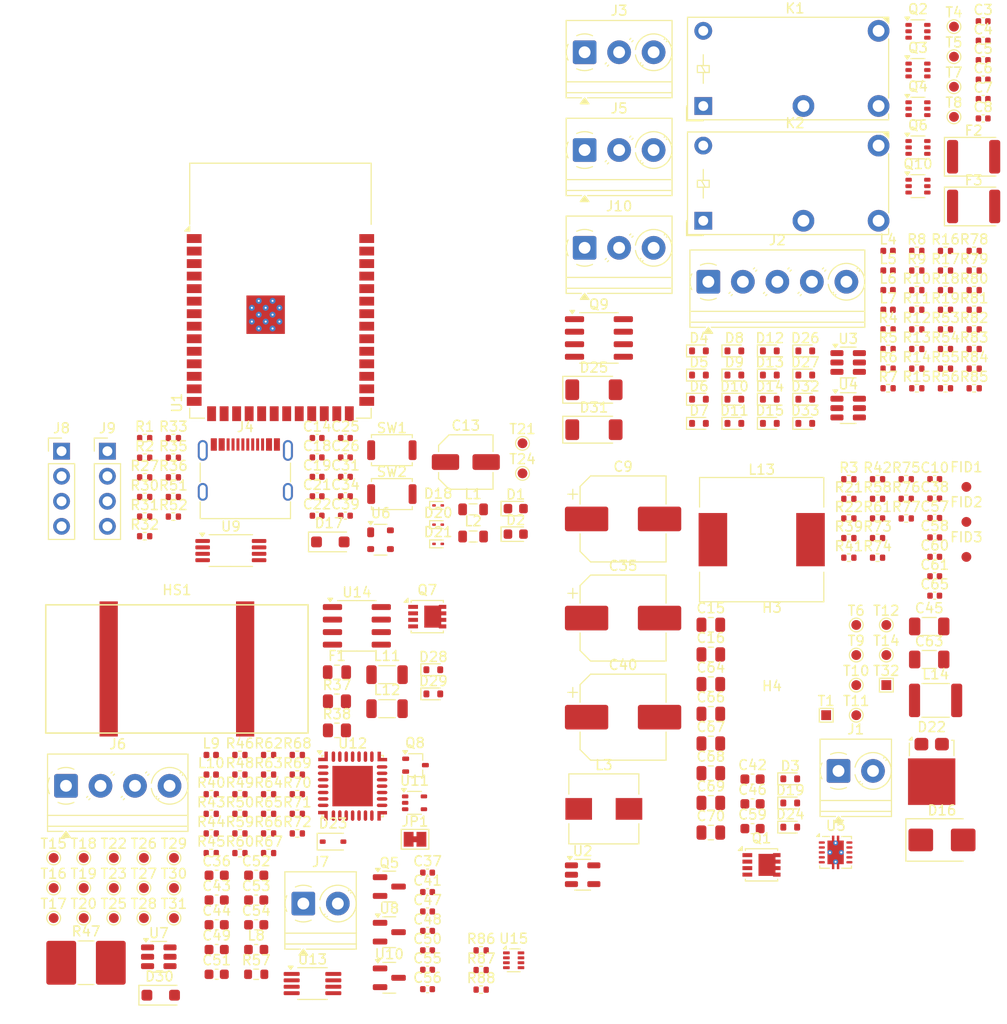
<source format=kicad_pcb>
(kicad_pcb (version 20241229) (generator "pcbnew") (generator_version "9.0")
  (layers (0 "F.Cu" signal) (2 "B.Cu" signal) (13 "F.Paste" user) (15 "B.Paste" user) (5 "F.SilkS" user "F.Silkscreen") (7 "B.SilkS" user "B.Silkscreen") (1 "F.Mask" user) (3 "B.Mask" user) (25 "Edge.Cuts" user))
  (net 0 "")
  (net 1 "Net-(C3-Pad1)")
  (net 2 "GND")
  (net 3 "+3V3")
  (net 4 "Net-(C5-Pad1)")
  (net 5 "Net-(C6-Pad1)")
  (net 6 "Net-(C7-Pad1)")
  (net 7 "V_{DC}")
  (net 8 "/Controller/ADC_CH2")
  (net 9 "Net-(U1-3V3)")
  (net 10 "Net-(D3-K)")
  (net 11 "Net-(D17-A)")
  (net 12 "/Controller/ADC_IN2")
  (net 13 "/Controller/ADC_IN1")
  (net 14 "/Controller/ADC_IN3")
  (net 15 "Net-(J4-SHIELD)")
  (net 16 "/Controller/ADC_IN4")
  (net 17 "V_{BUS}")
  (net 18 "Net-(U11-V+)")
  (net 19 "/Controller/ADC_CH1")
  (net 20 "Net-(U12-CCP)")
  (net 21 "Net-(U13A-RCext)")
  (net 22 "Net-(U13A-Cext)")
  (net 23 "+5V")
  (net 24 "Net-(J7-Pin_2)")
  (net 25 "Net-(J7-Pin_1)")
  (net 26 "Net-(C54-Pad1)")
  (net 27 "Net-(D28-K)")
  (net 28 "Net-(D29-K)")
  (net 29 "Net-(U5-SS{slash}TR)")
  (net 30 "Net-(D16-K)")
  (net 31 "Net-(U5-BOOT)")
  (net 32 "Net-(C60-Pad2)")
  (net 33 "Net-(U5-COMP)")
  (net 34 "Net-(D1-A)")
  (net 35 "Net-(D2-A)")
  (net 36 "Net-(D3-A)")
  (net 37 "Net-(D4-K)")
  (net 38 "Net-(D4-A)")
  (net 39 "Net-(D5-A)")
  (net 40 "Net-(D6-K)")
  (net 41 "Net-(D7-K)")
  (net 42 "Net-(D7-A)")
  (net 43 "Net-(D8-K)")
  (net 44 "Net-(D9-A)")
  (net 45 "Net-(D10-K)")
  (net 46 "Net-(D11-K)")
  (net 47 "Net-(D11-A)")
  (net 48 "Net-(D12-A)")
  (net 49 "Net-(D13-K)")
  (net 50 "Net-(D14-A)")
  (net 51 "Net-(D14-K)")
  (net 52 "Net-(D15-A)")
  (net 53 "Net-(D18-A2)")
  (net 54 "/Controller/USB_D+")
  (net 55 "/Controller/USB_D-")
  (net 56 "Net-(D23-A)")
  (net 57 "Net-(D25-K)")
  (net 58 "Net-(D26-A)")
  (net 59 "Net-(D27-A)")
  (net 60 "Net-(D30-A)")
  (net 61 "Net-(D30-K)")
  (net 62 "Net-(D31-K)")
  (net 63 "Net-(D32-A)")
  (net 64 "Net-(D33-A)")
  (net 65 "Net-(F2-Pad1)")
  (net 66 "Net-(F3-Pad1)")
  (net 67 "Net-(J1-Pin_1)")
  (net 68 "Net-(J3-Pin_1)")
  (net 69 "Net-(J3-Pin_2)")
  (net 70 "Net-(J3-Pin_3)")
  (net 71 "Net-(J4-CC1)")
  (net 72 "Net-(J4-CC2)")
  (net 75 "Net-(J5-Pin_2)")
  (net 76 "Net-(J5-Pin_3)")
  (net 77 "Net-(J5-Pin_1)")
  (net 78 "Net-(J6-Pin_3)")
  (net 79 "Net-(J6-Pin_2)")
  (net 80 "/Controller/SDA")
  (net 81 "/Controller/SCL")
  (net 82 "/Controller/TXD")
  (net 83 "/Controller/RXD")
  (net 84 "Net-(JP1-B)")
  (net 85 "Net-(L11-Pad1)")
  (net 86 "/Motor Control/OUT1")
  (net 87 "Net-(U2-SW)")
  (net 88 "Net-(Q2A-G)")
  (net 89 "Net-(Q2B-G)")
  (net 90 "Net-(Q3B-G)")
  (net 91 "Net-(Q4B-G)")
  (net 92 "Net-(Q5-D)")
  (net 93 "Net-(Q5-G)")
  (net 94 "Net-(Q6A-G)")
  (net 95 "Net-(Q6B-G)")
  (net 96 "Net-(Q7-D)")
  (net 97 "/Motor Control/DRV_DIS")
  (net 98 "Net-(Q8-G)")
  (net 99 "Net-(Q10A-C1)")
  (net 100 "Net-(Q10B-C2)")
  (net 101 "Net-(Q10B-B2)")
  (net 102 "Net-(Q10A-B1)")
  (net 103 "Net-(U1-IO14)")
  (net 104 "Net-(U1-IO9)")
  (net 105 "/Controller/ADC_CH3")
  (net 106 "Net-(U1-EN)")
  (net 107 "/Controller/ADC_CH4")
  (net 108 "Net-(U10-K)")
  (net 109 "Net-(U5-EN)")
  (net 110 "Net-(U11-+)")
  (net 111 "Net-(R48-Pad2)")
  (net 112 "/Controller/DRV_EN")
  (net 113 "/Controller/RELAY_CTRL_1")
  (net 114 "/Controller/RELAY_CTRL_2")
  (net 115 "/Controller/~{CS}")
  (net 116 "/Controller/DRV_~{SF}")
  (net 117 "Net-(U13A-Q)")
  (net 118 "/Controller/SAFETY_TRIG")
  (net 119 "Net-(U14-BW_SEL)")
  (net 120 "/Controller/SAFETY_~{CLR}")
  (net 121 "Net-(R69-Pad2)")
  (net 122 "Net-(R70-Pad2)")
  (net 123 "Net-(U5-VSENSE)")
  (net 124 "Net-(U5-RT{slash}CLK)")
  (net 125 "Net-(U2-FB)")
  (net 126 "/Controller/OUT_CTRL_1")
  (net 127 "/Controller/OUT_CTRL_2")
  (net 128 "Net-(U6-~{MR})")
  (net 129 "Net-(U1-IO0)")
  (net 130 "/Controller/INPUT_2")
  (net 131 "/Controller/INPUT_1")
  (net 132 "/Controller/INPUT_3")
  (net 133 "/Controller/INPUT_4")
  (net 134 "/Controller/DRV_PWM2")
  (net 135 "/Controller/DRV_PWM1")
  (net 136 "/Controller/ENCODER_B")
  (net 137 "/Controller/ENCODER_A")
  (net 138 "/Controller/MISO")
  (net 140 "/Controller/SCK")
  (net 141 "/Controller/MOSI")
  (net 146 "/Motor Control/OUT2")
  (net 147 "Net-(Q3A-G)")
  (net 148 "5V_USB")
  (net 149 "Net-(U15-MODE)")
  (net 150 "Net-(U15-ST)")
  (net 151 "Net-(U15-PR1)")
  (footprint "Diode_SMD:D_SOD-523" (layer "F.Cu") (at 94.84 55.66)
    (property "Reference" "D13")
    (property "Value" "PESDx")
  )
  (footprint "Connector_USB:USB_C_Receptacle_G-Switch_GT-USB-7010ASV" (layer "F.Cu") (at 41.645 66.43)
    (property "Reference" "J4")
    (property "Value" "USB_C_Receptacle_USB2.0_16P")
  )
  (footprint "Package_TO_SOT_SMD:TO-277A" (layer "F.Cu") (at 111.255 95.85)
    (property "Reference" "D22")
    (property "Value" "V10PM45")
  )
  (footprint "Capacitor_SMD:C_0402_1005Metric" (layer "F.Cu") (at 51.795 64.01)
    (property "Reference" "C26")
    (property "Value" "1u/10V")
  )
  (footprint "Package_SON:Texas_DRC0010J_ThermalVias" (layer "F.Cu") (at 101.51 104.06)
    (property "Reference" "U5")
    (property "Value" "TPS54240DRC")
  )
  (footprint "Resistor_SMD:R_0402_1005Metric" (layer "F.Cu") (at 38.185 100.15)
    (property "Reference" "R43")
    (property "Value" "20k")
  )
  (footprint "Capacitor_SMD:C_0402_1005Metric" (layer "F.Cu") (at 116.475 27.67)
    (property "Reference" "C7")
    (property "Value" "100nF")
  )
  (footprint "Resistor_SMD:R_0402_1005Metric" (layer "F.Cu") (at 41.095 94.18)
    (property "Reference" "R46")
    (property "Value" "97.6k")
  )
  (footprint "Diode_SMD:D_SOD-523" (layer "F.Cu") (at 91.245 60.56)
    (property "Reference" "D11")
    (property "Value" "C5V6")
  )
  (footprint "Diode_SMD:D_SOD-523" (layer "F.Cu") (at 60.71 85.54)
    (property "Reference" "D28")
    (property "Value" "VESD05V2")
  )
  (footprint "Diode_SMD:D_SOD-523" (layer "F.Cu") (at 94.84 60.56)
    (property "Reference" "D15")
    (property "Value" "PMEG3005")
  )
  (footprint "Resistor_SMD:R_0402_1005Metric" (layer "F.Cu") (at 31.435 62.05)
    (property "Reference" "R1")
    (property "Value" "470R")
  )
  (footprint "Diode_SMD:D_SOD-523" (layer "F.Cu") (at 87.65 60.56)
    (property "Reference" "D7")
    (property "Value" "PMEG3005")
  )
  (footprint "Diode_SMD:D_SOD-523" (layer "F.Cu") (at 98.435 55.66)
    (property "Reference" "D27")
    (property "Value" "PMEG3005")
  )
  (footprint "Resistor_SMD:R_0402_1005Metric" (layer "F.Cu") (at 109.745 51.03)
    (property "Reference" "R12")
    (property "Value" "10k")
  )
  (footprint "Capacitor_SMD:C_0402_1005Metric" (layer "F.Cu") (at 48.925 64.01)
    (property "Reference" "C18")
    (property "Value" "100nF")
  )
  (footprint "Package_SO:Vishay_PowerPAK_1212-8_Single" (layer "F.Cu") (at 93.995 105.325)
    (property "Reference" "Q1")
    (property "Value" "SiS443DN")
  )
  (footprint "Capacitor_SMD:C_0402_1005Metric" (layer "F.Cu") (at 111.565 72.12)
    (property "Reference" "C58")
    (property "Value" "100nF")
  )
  (footprint "Resistor_SMD:R_0402_1005Metric" (layer "F.Cu") (at 102.855 72.19)
    (property "Reference" "R39")
    (property "Value" "18.2k")
  )
  (footprint "Diode_SMD:D_SOD-523" (layer "F.Cu") (at 98.435 53.21)
    (property "Reference" "D26")
    (property "Value" "PMEG3005")
  )
  (footprint "Capacitor_SMD:C_0402_1005Metric" (layer "F.Cu") (at 48.925 62.04)
    (property "Reference" "C14")
    (property "Value" "100nF")
  )
  (footprint "Capacitor_SMD:C_1206_3216Metric" (layer "F.Cu") (at 111.005 81.15)
    (property "Reference" "C45")
    (property "Value" "4.7uF/50V")
  )
  (footprint "Capacitor_SMD:C_0402_1005Metric" (layer "F.Cu") (at 60.125 115.96)
    (property "Reference" "C55")
    (property "Value" "10n/25V")
  )
  (footprint "Capacitor_SMD:C_0402_1005Metric" (layer "F.Cu") (at 111.565 74.09)
    (property "Reference" "C60")
    (property "Value" "15nF")
  )
  (footprint "Resistor_SMD:R_0402_1005Metric" (layer "F.Cu") (at 46.915 102.14)
    (property "Reference" "R72")
    (property "Value" "2.2k")
  )
  (footprint "Package_TO_SOT_SMD:SOT-583-8" (layer "F.Cu") (at 68.86 115)
    (property "Reference" "U15")
    (property "Value" "TPS2116DRL")
  )
  (footprint "Capacitor_SMD:C_0402_1005Metric" (layer "F.Cu") (at 60.125 108.08)
    (property "Reference" "C41")
    (property "Value" "1u")
  )
  (footprint "TerminalBlock_Phoenix:TerminalBlock_Phoenix_PT-1,5-4-3.5-H_1x04_P3.50mm_Horizontal" (layer "F.Cu") (at 23.455 97.31)
    (property "Reference" "J6")
    (property "Value" "Screw_Terminal_01x04")
  )
  (footprint "Capacitor_SMD:C_0402_1005Metric" (layer "F.Cu") (at 51.795 65.98)
    (property "Reference" "C31")
    (property "Value" "10nF/50V")
  )
  (footprint "Capacitor_SMD:C_0402_1005Metric" (layer "F.Cu") (at 111.565 66.21)
    (property "Reference" "C10")
    (property "Value" "100nF")
  )
  (footprint "Diode_SMD:D_SOD-523" (layer "F.Cu") (at 91.245 58.11)
    (property "Reference" "D10")
    (property "Value" "PESDx")
  )
  (footprint "Resistor_SMD:R_0402_1005Metric" (layer "F.Cu") (at 115.565 57)
    (property "Reference" "R85")
    (property "Value" "2.2k")
  )
  (footprint "Diode_SMD:D_SOD-323" (layer "F.Cu") (at 50.54 102.97)
    (property "Reference" "D23")
    (property "Value" "BZX384-C15V")
  )
  (footprint "TerminalBlock_Phoenix:TerminalBlock_Phoenix_PT-1,5-3-3.5-H_1x03_P3.50mm_Horizontal" (layer "F.Cu") (at 76.055 32.845)
    (property "Reference" "J5")
    (property "Value" "Screw_Terminal_01x03")
  )
  (footprint "mm_parts_footprints:JLCPCB_ToolingHole" (layer "F.Cu") (at 100.555 81)
    (property "Reference" "H1" (hide yes))
    (property "Value" "JLCPCB_ToolingHole")
  )
  (footprint "TestPoint:TestPoint_Pad_D1.0mm" (layer "F.Cu") (at 31.355 107.67)
    (property "Reference" "T27")
    (property "Value" "SF_Q")
  )
  (footprint "Resistor_SMD:R_0402_1005Metric" (layer "F.Cu") (at 105.765 74.18)
    (property "Reference" "R74")
    (property "Value" "10k")
  )
  (footprint "Package_TO_SOT_SMD:SOT-23-5" (layer "F.Cu") (at 75.855 106.325)
    (property "Reference" "U2")
    (property "Value" "TLV62569DBV")
  )
  (footprint "Resistor_SMD:R_0402_1005Metric" (layer "F.Cu") (at 44.005 94.18)
    (property "Reference" "R62")
    (property "Value" "10k")
  )
  (footprint "Capacitor_SMD:C_0603_1608Metric" (layer "F.Cu") (at 42.745 108.89)
    (property "Reference" "C53")
    (property "Value" "330p/50V")
  )
  (footprint "Fiducial:Fiducial_1mm_Mask2mm" (layer "F.Cu") (at 114.775 74.1)
    (property "Reference" "FID3")
    (property "Value" "Fiducial")
  )
  (footprint "TestPoint:TestPoint_Pad_D1.0mm" (layer "F.Cu") (at 106.655 84.05)
    (property "Reference" "T14")
    (property "Value" "V_{BUS}_SENSE")
  )
  (footprint "Resistor_SMD:R_0402_1005Metric" (layer "F.Cu") (at 112.655 53.02)
    (property "Reference" "R54")
    (property "Value" "100R")
  )
  (footprint "Resistor_SMD:R_0402_1005Metric" (layer "F.Cu") (at 44.005 104.13)
    (property "Reference" "R67")
    (property "Value" "10k")
  )
  (footprint "Resistor_SMD:R_0805_2012Metric" (layer "F.Cu") (at 50.935 88.74)
    (property "Reference" "R37")
    (property "Value" "1k")
  )
  (footprint "Resistor_SMD:R_0402_1005Metric" (layer "F.Cu") (at 31.435 68.02)
    (property "Reference" "R30")
    (property "Value" "47R")
  )
  (footprint "Resistor_SMD:R_0402_1005Metric" (layer "F.Cu") (at 34.345 62.05)
    (property "Reference" "R33")
    (property "Value" "100k")
  )
  (footprint "Resistor_SMD:R_0402_1005Metric" (layer "F.Cu") (at 109.745 43.07)
    (property "Reference" "R8")
    (property "Value" "2.2k")
  )
  (footprint "Resistor_SMD:R_0402_1005Metric" (layer "F.Cu") (at 108.675 68.21)
    (property "Reference" "R76")
    (property "Value" "470k")
  )
  (footprint "Capacitor_SMD:C_0402_1005Metric" (layer "F.Cu") (at 48.925 67.95)
    (property "Reference" "C21")
    (property "Value" "100p")
  )
  (footprint "Capacitor_SMD:C_0805_2012Metric" (layer "F.Cu") (at 88.855 90.01)
    (property "Reference" "C66")
    (property "Value" "10uF")
  )
  (footprint "Capacitor_SMD:C_0402_1005Metric" (layer "F.Cu") (at 60.125 106.11)
    (property "Reference" "C37")
    (property "Value" "100nF")
  )
  (footprint "Resistor_SMD:R_0402_1005Metric" (layer "F.Cu") (at 41.095 98.16)
    (property "Reference" "R49")
    (property "Value" "200k")
  )
  (footprint "Resistor_SMD:R_0402_1005Metric" (layer "F.Cu") (at 44.005 102.14)
    (property "Reference" "R66")
    (property "Value" "10k")
  )
  (footprint "Button_Switch_SMD:SW_Push_SPST_NO_Alps_SKRK" (layer "F.Cu") (at 56.505 67.73)
    (property "Reference" "SW2")
    (property "Value" "SW_BOOT")
  )
  (footprint "Resistor_SMD:R_0402_1005Metric" (layer "F.Cu") (at 115.565 49.04)
    (property "Reference" "R81")
    (property "Value" "2.2k")
  )
  (footprint "Capacitor_SMD:CP_Elec_8x10.5" (layer "F.Cu") (at 79.955 80.3)
    (property "Reference" "C35")
    (property "Value" "100u/50V")
  )
  (footprint "Resistor_SMD:R_0402_1005Metric" (layer "F.Cu") (at 112.655 49.04)
    (property "Reference" "R19")
    (property "Value" "10k")
  )
  (footprint "TestPoint:TestPoint_Pad_D1.0mm" (layer "F.Cu") (at 34.405 104.62)
    (property "Reference" "T29")
    (property "Value" "SF_CLR")
  )
  (footprint "Resistor_SMD:R_0402_1005Metric" (layer "F.Cu") (at 44.005 96.17)
    (property "Reference" "R63")
    (property "Value" "10k")
  )
  (footprint "Diode_SMD:D_SOD-923" (layer "F.Cu") (at 61.2 68.88)
    (property "Reference" "D18")
    (property "Value" "ESD9B5.0ST5G")
  )
  (footprint "Capacitor_SMD:C_0603_1608Metric" (layer "F.Cu") (at 93.085 96.63)
    (property "Reference" "C42")
    (property "Value" "100n/50V")
  )
  (footprint "TestPoint:TestPoint_Pad_D1.0mm" (layer "F.Cu") (at 113.515 23.38)
    (property "Reference" "T5")
    (property "Value" "IN1")
  )
  (footprint "Diode_SMD:D_SOD-923" (layer "F.Cu") (at 61.2 70.83)
    (property "Reference" "D20")
    (property "Value" "ESD9B5.0ST5G")
  )
  (footprint "Button_Switch_SMD:SW_Push_SPST_NO_Alps_SKRK" (layer "F.Cu") (at 56.505 63.28)
    (property "Reference" "SW1")
    (property "Value" "SW_RST")
  )
  (footprint "Resistor_SMD:R_0402_1005Metric" (layer "F.Cu") (at 109.745 53.02)
    (property "Reference" "R13")
    (property "Value" "2.2k")
  )
  (footprint "TestPoint:TestPoint_Pad_D1.0mm" (layer "F.Cu") (at 22.205 107.67)
    (property "Reference" "T16")
    (property "Value" "D_FB")
  )
  (footprint "TestPoint:TestPoint_Pad_1.0x1.0mm" (layer "F.Cu") (at 106.655 87.1)
    (property "Reference" "T32")
    (property "Value" "GND")
  )
  (footprint "Resistor_SMD:R_0402_1005Metric" (layer "F.Cu") (at 105.765 68.21)
    (property "Reference" "R58")
    (property "Value" "18.2k")
  )
  (footprint "Resistor_SMD:R_0402_1005Metric" (layer "F.Cu") (at 106.835 57)
    (property "Reference" "R7")
    (property "Value" "100R")
  )
  (footprint "Capacitor_SMD:C_0603_1608Metric" (layer "F.Cu") (at 38.735 116.42)
    (property "Reference" "C51")
    (property "Value" "1u/25V")
  )
  (footprint "Inductor_SMD:L_0402_1005Metric" (layer "F.Cu") (at 106.835 45.06)
    (property "Reference" "L5")
    (property "Value" "BLM15AG102")
  )
  (footprint "Resistor_SMD:R_0402_1005Metric" (layer "F.Cu") (at 102.855 68.21)
    (property "Reference" "R21")
    (property "Value" "18.2k")
  )
  (footprint "Resistor_SMD:R_0402_1005Metric" (layer "F.Cu") (at 38.185 102.14)
    (property "Reference" "R44")
    (property "Value" "10k")
  )
  (footprint "Resistor_SMD:R_0402_1005Metric" (layer "F.Cu") (at 112.655 45.06)
    (property "Reference" "R17")
    (property "Value" "10k")
  )
  (footprint "Capacitor_SMD:C_0402_1005Metric" (layer "F.Cu") (at 111.565 70.15)
    (property "Reference" "C57")
    (property "Value" "6.8nF")
  )
  (footprint "mm_parts_footprints:JLCPCB_ToolingHole" (layer "F.Cu") (at 100.555 84.05)
    (property "Reference" "H2" (hide yes))
    (property "Value" "JLCPCB_ToolingHole")
  )
  (footprint "Resistor_SMD:R_0402_1005Metric" (layer "F.Cu") (at 46.915 100.15)
    (property "Reference" "R71")
    (property "Value" "2.2k")
  )
  (footprint "Capacitor_SMD:CP_Elec_8x10.5" (layer "F.Cu") (at 79.955 90.35)
    (property "Reference" "C40")
    (property "Value" "100u/50V")
  )
  (footprint "Package_TO_SOT_SMD:SOT-363_SC-70-6" (layer "F.Cu") (at 109.865 32.58)
    (property "Reference" "Q6")
    (property "Value" "BSS138DW")
  )
  (footprint "Capacitor_SMD:C_0402_1005Metric" (layer "F.Cu") (at 60.125 110.05)
    (property "Reference" "C47")
    (property "Value" "100nF")
  )
  (footprint "Package_TO_SOT_SMD:SOT-23" (layer "F.Cu") (at 56.245 107.525)
    (property "Reference" "Q5")
    (property "Value" "BSS138")
  )
  (footprint "Resistor_SMD:R_0402_1005Metric" (layer "F.Cu") (at 109.745 49.04)
    (property "Reference" "R11")
    (property "Value" "100R")
  )
  (footprint "TestPoint:TestPoint_Pad_D1.0mm" (layer "F.Cu") (at 25.255 110.72)
    (property "Reference" "T20")
    (property "Value" "V_LDSNS")
  )
  (footprint "Connector_PinHeader_2.54mm:PinHeader_1x04_P2.54mm_Vertical" (layer "F.Cu") (at 23.005 63.38)
    (property "Reference" "J8")
    (property "Value" "Conn_01x04_Pin")
  )
  (footprint "Inductor_SMD:L_0402_1005Metric" (layer "F.Cu") (at 38.185 94.18)
    (property "Reference" "L9")
    (property "Value" "BLM15AG102")
  )
  (footprint "Resistor_SMD:R_0402_1005Metric" (layer "F.Cu") (at 31.435 66.03)
    (property "Reference" "R27")
    (property "Value" "5.1k")
  )
  (footprint "Connector_PinHeader_2.54mm:PinHeader_1x04_P2.54mm_Vertical" (layer "F.Cu") (at 27.655 63.38)
    (property "Reference" "J9")
    (property "Value" "Conn_01x04_Pin")
  )
  (footprint "Diode_SMD:D_SOD-523" (layer "F.Cu") (at 91.245 53.21)
    (property "Reference" "D8")
    (property "Value" "PESDx")
  )
  (footprint "Package_TO_SOT_SMD:SOT-363_SC-70-6" (layer "F.Cu") (at 109.865 28.655)
    (property "Reference" "Q4")
    (property "Value" "FDG1024NZ")
  )
  (footprint "Inductor_SMD:L_0402_1005Metric" (layer "F.Cu") (at 106.835 47.05)
    (property "Reference" "L6")
    (property "Value" "BLM15AG102")
  )
  (footprint "Diode_SMD:D_SMB" (layer "F.Cu") (at 112.3 102.8)
    (property "Reference" "D16")
    (property "Value" "PMEG4050")
  )
  (footprint "Diode_SMD:D_SOD-523" (layer "F.Cu") (at 94.84 58.11)
    (property "Reference" "D14")
    (property "Value" "C5V6")
  )
  (footprint "Resistor_SMD:R_0402_1005Metric" (layer "F.Cu") (at 115.565 55.01)
    (property "Reference" "R84")
    (property "Value" "10k")
  )
  (footprint "TestPoint:TestPoint_Pad_D1.0mm" (layer "F.Cu") (at 34.405 107.67)
    (property "Reference" "T30")
    (property "Value" "ENC_B")
  )
  (footprint "TestPoint:TestPoint_Pad_D1.0mm" (layer "F.Cu") (at 103.605 90.15)
    (property "Reference" "T11")
    (property "Value" "3V3")
  )
  (footprint "TestPoint:TestPoint_Pad_D1.0mm" (layer "F.Cu") (at 69.755 65.63)
    (property "Reference" "T24")
    (property "Value" "SDA")
  )
  (footprint "Diode_SMD:D_SOD-523" (layer "F.Cu") (at 94.84 53.21)
    (property "Reference" "D12")
    (property "Value" "PMEG3005")
  )
  (footprint "Package_TO_SOT_SMD:SOT-363_SC-70-6" (layer "F.Cu") (at 109.865 24.73)
    (property "Reference" "Q3")
    (property "Value" "FDG1024NZ")
  )
  (footprint "Relay_THT:Relay_SPDT_Finder_32.21-x000" (layer "F.Cu") (at 88.09 40.015)
    (property "Reference" "K2")
    (property "Value" "FINDER-32.21-x000")
  )
  (footprint "Resistor_SMD:R_0402_1005Metric" (layer "F.Cu") (at 34.345 68.02)
    (property "Reference" "R51")
    (property "Value" "2.2k")
  )
  (footprint "Resistor_SMD:R_0402_1005Metric" (layer "F.Cu") (at 112.655 55.01)
    (property "Reference" "R55")
    (property "Value" "20k")
  )
  (footprint "TestPoint:TestPoint_Pad_D1.0mm" (layer "F.Cu") (at 25.255 104.62)
    (property "Reference" "T18")
    (property "Value" "D_PWM1")
  )
  (footprint "Package_TO_SOT_SMD:SOT-363_SC-70-6" (layer "F.Cu") (at 109.865 20.805)
    (property "Reference" "Q2")
    (property "Value" "FDG1024NZ")
  )
  (footprint "Diode_SMD:D_SOD-523" (layer "F.Cu") (at 87.65 58.11)
    (property "Reference" "D6")
    (property "Value" "PESDx")
  )
  (footprint "Diode_SMD:D_1812_4532Metric" (layer "F.Cu") (at 115.51 33.525)
    (property "Reference" "F2")
    (property "Value" "1A")
  )
  (footprint "Package_TO_SOT_SMD:SOT-23-6" (layer "F.Cu") (at 102.785 59.01)
    (property "Reference" "U4")
    (property "Value" "74LVC2G14")
  )
  (footprint "Resistor_SMD:R_0402_1005Metric" (layer "F.Cu") (at 105.765 66.22)
    (property "Reference" "R42")
    (property "Value" "2.2k")
  )
  (footprint "Package_TO_SOT_SMD:SOT-23" (layer "F.Cu") (at 56.245 116.775)
    (property "Reference" "U10")
    (property "Value" "LM4040DBZ-2.5")
  )
  (footprint "Resistor_SMD:R_0402_1005Metric" (layer "F.Cu") (at 105.765 70.2)
    (property "Reference" "R61")
    (property "Value" "18.2k")
  )
  (footprint "Resistor_SMD:R_0402_1005Metric" (layer "F.Cu") (at 102.855 74.18)
    (property "Reference" "R41")
    (property "Value" "100k")
  )
  (footprint "Capacitor_SMD:C_0805_2012Metric" (layer "F.Cu") (at 88.855 102.05)
    (property "Reference" "C70")
    (property "Value" "10uF")
  )
  (footprint "TestPoint:TestPoint_Pad_D1.0mm" (layer "F.Cu") (at 113.515 26.43)
    (property "Reference" "T7")
    (property "Value" "IN3")
  )
  (footprint "Resistor_SMD:R_0402_1005Metric" (layer "F.Cu") (at 112.655 43.07)
    (property "Reference" "R16")
    (property "Value" "2.2k")
  )
  (footprint "TestPoint:TestPoint_Pad_D1.0mm" (layer "F.Cu") (at 28.305 107.67)
    (property "Reference" "T23")
    (property "Value" "VC_REF")
  )
  (footprint "Diode_SMD:D_1812_4532Metric" (layer "F.Cu") (at 115.51 38.565)
    (property "Reference" "F3")
    (property "Value" "1A")
  )
  (footprint "Resistor_SMD:R_0402_1005Metric" (layer "F.Cu") (at 31.435 70.01)
    (property "Reference" "R31")
    (property "Value" "47R")
  )
  (footprint "Package_TO_SOT_SMD:SOT-23" (layer "F.Cu") (at 56.245 112.15)
    (property "Reference" "U8")
    (property "Value" "ZXTR2105F")
  )
  (footprint "LED_SMD:LED_0603_1608Metric" (layer "F.Cu") (at 69.065 71.79)
    (property "Reference" "D2")
    (property "Value" "red")
  )
  (footprint "Resistor_SMD:R_0603_1608Metric" (layer "F.Cu") (at 42.745 116.42)
    (property "Reference" "R57")
    (property "Value" "120R")
  )
  (footprint "Resistor_SMD:R_0402_1005Metric" (layer "F.Cu") (at 115.565 43.07)
    (property "Reference" "R78")
    (property "Value" "10k")
  )
  (footprint "TestPoint:TestPoint_Pad_D1.0mm" (layer "F.Cu") (at 34.405 110.72)
    (property "Reference" "T31")
    (property "Value" "ENC_A")
  )
  (footprint "Diode_SMD:D_SOD-523" (layer "F.Cu") (at 87.65 55.66)
    (property "Reference" "D5")
    (property "Value" "C5V6")
  )
  (footprint "Inductor_SMD:L_1812_4532Metric" (layer "F.Cu") (at 111.655 88.65)
    (property "Reference" "L14")
    (property "Value" "2.2uH")
  )
  (footprint "Package_TO_SOT_SMD:SOT-363_SC-70-6" (layer "F.Cu") (at 109.865 36.505)
    (property "Reference" "Q10")
    (property "Value" "BC847BDW1")
  )
  (footprint "Heatsink:Heatsink_AAVID_573300D00010G_TO-263" (layer "F.Cu") (at 34.705 85.46)
    (property "Reference" "HS1")
    (property "Value" "Heatsink_Pad")
  )
  (footprint "Resistor_SMD:R_0402_1005Metric" (layer "F.Cu") (at 65.56 115.985)
    (property "Reference" "R87")
    (property "Value" "0R")
  )
  (footprint "Capacitor_SMD:C_0603_1608Metric" (layer "F.Cu") (at 42.745 106.38)
    (property "Reference" "C52")
    (property "Value" "330p/50V")
  )
  (footprint "Diode_SMD:D_SOD-523" (layer "F.Cu") (at 60.71 87.99)
    (property "Reference" "D29")
    (property "Value" "VESD05V2")
  )
  (footprint "Inductor_SMD:L_1206_3216Metric" (layer "F.Cu") (at 56.015 89.49)
    (property "Reference" "L12")
    (property "Value" "BLM31")
  )
  (footprint "Capacitor_SMD:C_0603_1608Metric" (layer "F.Cu") (at 93.085 99.14)
    (property "Reference" "C46")
    (property "Value" "100n/50V")
  )
  (footprint "Resistor_SMD:R_0402_1005Metric" (layer "F.Cu") (at 31.435 64.04)
    (property "Reference" "R2")
    (property "Value" "470R")
  )
  (footprint "Resistor_SMD:R_0402_1005Metric" (layer "F.Cu") (at 102.855 70.2)
    (property "Reference" "R22")
    (property "Value" "2.2k")
  )
  (footprint "TestPoint:TestPoint_Pad_D1.0mm" (layer "F.Cu") (at 28.305 104.62)
    (property "Reference" "T22")
    (property "Value" "VC_CMP")
  )
  (footprint "Capacitor_SMD:C_0402_1005Metric" (layer "F.Cu") (at 116.475 23.73)
    (property "Reference" "C5")
    (property "Value" "100nF")
  )
  (footprint "Package_SO:MSOP-8_3x3mm_P0.65mm" (layer "F.Cu") (at 48.455 117.36)
    (property "Reference" "U13")
    (property "Value" "74LVC1G123")
  )
  (footprint "Capacitor_SMD:C_0805_2012Metric" (layer "F.Cu") (at 88.855 96.03)
    (property "Reference" "C68")
    (property "Value" "10uF")
  )
  (footprint "Inductor_SMD:L_Wuerth_HCI-7030" (layer "F.Cu") (at 78.005 99.65)
    (property "Reference" "L3")
    (property "Value" "4.7uH/3.5A")
  )
  (footprint "Inductor_SMD:L_0805_2012Metric" (layer "F.Cu") (at 64.745 72.03)
    (property "Reference" "L2")
    (property "Value" "BLM21PG221SN1D")
  )
  (footprint "Capacitor_SMD:C_0402_1005Metric" (layer "F.Cu") (at 111.565 76.06)
    (property "Reference" "C61")
    (property "Value" "10p")
  )
  (footprint "Fiducial:Fiducial_1mm_Mask2mm" (layer "F.Cu") (at 114.775 67)
    (property "Reference" "FID1")
    (property "Value" "Fiducial")
  )
  (footprint "Resistor_SMD:R_0402_1005Metric" (layer "F.Cu") (at 108.675 70.2)
    (property "Reference" "R77")
    (property "Value" "100k")
  )
  (footprint "Diode_SMD:D_SOD-523" (layer "F.Cu") (at 96.91 96.6)
    (property "Reference" "D3")
    (property "Value" "BCX84C15V")
  )
  (footprint "TestPoint:TestPoint_Pad_D1.0mm" (layer "F.Cu") (at 69.755 62.58)
    (property "Reference" "T21")
    (property "Value" "SCL")
  )
  (footprint "Capacitor_SMD:C_0402_1005Metric" (layer "F.Cu") (at 60.125 113.99)
    (property "Reference" "C50")
    (property "Value" "100nF")
  )
  (footprint "Resistor_SMD:R_0402_1005Metric" (layer "F.Cu") (at 65.56 117.975)
    (property "Reference" "R88")
    (property "Value" "10k")
  )
  (footprint "Relay_THT:Relay_SPDT_Finder_32.21-x000" (layer "F.Cu") (at 88.09 28.38)
    (property "Reference" "K1")
    (property "Value" "FINDER-32.21-x000")
  )
  (footprint "Package_SO:SOIC-8_3.9x4.9mm_P1.27mm" (layer "F.Cu") (at 77.505 51.9)
    (property "Reference" "Q9")
    (property "Value" "DMP6050SSD")
  )
  (footprint "Jumper:SolderJumper-2_P1.3mm_Bridged_Pad1.0x1.5mm" (layer "F.Cu") (at 58.855 102.73)
    (property "Reference" "JP1")
    (property "Value" "Jumper_2_Bridged")
  )
  (footprint "Resistor_SMD:R_0402_1005Metric" (layer "F.Cu") (at 34.345 64.04)
    (property "Reference" "R35")
    (property "Value" "5.1k")
  )
  (footprint "Capacitor_SMD:C_0402_1005Metric" (layer "F.Cu") (at 116.475 29.64)
    (property "Reference" "C8")
    (property "Value" "100nF")
  )
  (footprint "TerminalBlock_Phoenix:TerminalBlock_Phoenix_PT-1,5-3-3.5-H_1x03_P3.50mm_Horizontal" (layer "F.Cu") (at 76.055 42.76)
    (property "Reference" "J10")
    (property "Value" "Screw_Terminal_01x03")
  )
  (footprint "Diode_SMD:D_SOD-523" (layer "F.Cu") (at 98.435 58.11)
    (property "Reference" "D32")
    (property "Value" "BCX84C15V")
  )
  (footprint "Resistor_SMD:R_0402_1005Metric" (layer "F.Cu") (at 41.095 102.14)
    (property "Reference" "R59")
    (property "Value" "10k")
  )
  (footprint "TestPoint:TestPoint_Pad_D1.0mm" (layer "F.Cu") (at 31.355 110.72)
    (property "Reference" "T28")
    (property "Value" "SF_TRG")
  )
  (footprint "Resistor_SMD:R_0402_1005Metric" (layer "F.Cu") (at 115.565 53.02)
    (property "Reference" "R83")
    (property "Value" "10k")
  )
  (footprint "Diode_SMD:D_SOD-128" (layer "F.Cu") (at 77 57.15)
    (property "Reference" "D25")
    (property "Value" "PMEG6010")
  )
  (footprint "Diode_SMD:D_SOD-923" (layer "F.Cu") (at 61.2 72.78)
    (property "Reference" "D21")
    (property "Value" "ESD9B5.0ST5G")
  )
  (footprint "Inductor_SMD:L_0402_1005Metric" (layer "F.Cu") (at 106.835 49.04)
    (property "Reference" "L7")
    (property "Value" "BLM15AG102")
  )
  (footprint "Capacitor_SMD:C_0402_1005Metric" (layer "F.Cu") (at 111.565 78.03)
    (property "Reference" "C65")
    (property "Value" "100nF")
  )
  (footprint "TestPoint:TestPoint_Pad_D1.0mm" (layer "F.Cu") (at 113.515 20.33)
    (property "Reference" "T4")
    (property "Value" "IN2")
  )
  (footprint "Resistor_SMD:R_0402_1005Metric" (layer "F.Cu") (at 46.915 96.17)
    (property "Reference" "R69")
    (property "Value" "270R")
  )
  (footprint "Package_SO:SOIC-8_3.9x4.9mm_P1.27mm" (layer "F.Cu") (at 52.955 81.09)
    (property "Reference" "U14")
    (property "Value" "ACS722xLCTR-10AB")
  )
  (footprint "Resistor_SMD:R_0402_1005Metric" (layer "F.Cu") (at 44.005 100.15)
    (property "Reference" "R65")
    (property "Value" "100R")
  )
  (footprint "Capacitor_SMD:C_0603_1608Metric" (layer "F.Cu") (at 42.745 111.4)
    (property "Reference" "C54")
    (property "Value" "100n/50V")
  )
  (footprint "Resistor_SMD:R_0402_1005Metric" (layer "F.Cu") (at 38.185 98.16)
    (property "Reference" "R40")
    (property "Value" "1k")
  )
  (footprint "TestPoint:TestPoint_Pad_D1.0mm" (layer "F.Cu") (at 103.605 84.05)
    (property "Reference" "T9")
    (property "Value" "V_{DC}")
  )
  (footprint "Inductor_SMD:L_12x12mm_H6mm" (layer "F.Cu") (at 94.015 72.35)
    (property "Reference" "L13")
    (property "Value" "27uH")
  )
  (footprint "Capacitor_SMD:C_0603_1608Metric" (layer "F.Cu") (at 38.735 106.38)
    (property "Reference" "C36")
    (property "Value" "100n/50V")
  )
  (footprint "Resistor_SMD:R_0805_2012Metric" (layer "F.Cu") (at 50.935 91.69)
    (property "Reference" "R38")
    (property "Value" "1.5k")
  )
  (footprint "TerminalBlock_Phoenix:TerminalBlock_Phoenix_PT-1,5-5-3.5-H_1x05_P3.50mm_Horizontal" (layer "F.Cu") (at 88.605 46.2)
    (property "Reference" "J2")
    (property "Value" "Screw_Terminal_01x05")
  )
  (footprint "Resistor_SMD:R_0402_1005Metric" (layer "F.Cu") (at 34.345 66.03)
    (property "Reference" "R36")
    (property "Value" "47R")
  )
  (footprint "TestPoint:TestPoint_Pad_D1.0mm" (layer "F.Cu") (at 28.305 110.72)
    (property "Reference" "T25")
    (property "Value" "DRV_EN")
  )
  (footprint "TestPoint:TestPoint_Pad_D1.0mm" (layer "F.Cu") (at 103.605 87.1)
    (property "Reference" "T10")
    (property "Value" "V_{BUS}")
  )
  (footprint "Resistor_SMD:R_0402_1005Metric" (layer "F.Cu") (at 65.56 113.995)
    (property "Reference" "R86")
    (property "Value" "10k")
  )
  (footprint "Fiducial:Fiducial_1mm_Mask2mm" (layer "F.Cu") (at 114.775 70.55)
    (property "Reference" "FID2")
    (property "Value" "Fiducial")
  )
  (footprint "Fuse:Fuse_0805_2012Metric" (layer "F.Cu") (at 50.935 85.79)
    (property "Reference" "F1")
    (property "Value" "Polyfuse_Small")
  )
  (footprint "Resistor_SMD:R_0402_1005Metric" (layer "F.Cu") (at 34.345 70.01)
    (property "Reference" "R52")
    (property "Value" "2.2k")
  )
  (footprint "Resistor_SMD:R_0402_1005Metric" (layer "F.Cu") (at 109.745 45.06)
    (property "Reference" "R9")
    (property "Value" "100R")
  )
  (footprint "RF_Module:ESP32-S3-WROOM-1" (layer "F.Cu") (at 45.205 47.08)
    (property "Reference" "U1")
    (property "Value" "ESP32-S3-WROOM-1_N8R2")
  )
  (footprint "TerminalBlock_Phoenix:TerminalBlock_Phoenix_PT-1,5-3-3.5-H_1x03_P3.50mm_Horizontal" (layer "F.Cu") (at 76.055 22.93)
    (property "Reference" "J3")
    (property "Value" "Screw_Terminal_01x03")
  )
  (footprint "Package_SO:TSSOP-8_4.4x3mm_P0.65mm" (layer "F.Cu") (at 40.175 73.46)
    (property "Reference" "U9")
    (property "Value" "24LC256")
  )
  (footprint "TestPoint:TestPoint_Pad_D1.0mm" (layer "F.Cu") (at 22.205 110.72)
    (property "Reference" "T17")
    (property "Value" "D_PWM2")
  )
  (footprint "TestPoint:TestPoint_Pad_D1.0mm" (layer "F.Cu") (at 25.255 107.67)
    (property "Reference" "T19")
    (property "Value" "VC_OUT")
  )
  (footprint "Capacitor_SMD:C_0402_1005Metric" (layer "F.Cu") (at 116.475 25.7)
    (property "Reference" "C6")
    (property "Value" "100nF")
  )
  (footprint "Capacitor_SMD:C_0805_2012Metric" (layer "F.Cu") (at 88.855 93.02)
    (property "Reference" "C67")
    (property "Value" "10uF")
  )
  (footprint "Resistor_SMD:R_0402_1005Metric" (layer "F.Cu") (at 106.835 51.03)
    (property "Reference" "R4")
    (property "Value" "100R")
  )
  (footprint "Resistor_SMD:R_0402_1005Metric" (layer "F.Cu") (at 112.655 47.05)
    (property "Reference" "R18")
    (property "Value" "2.2k")
  )
  (footprint "Capacitor_SMD:C_0603_1608Metric" (layer "F.Cu") (at 38.735 108.89)
    (property "Reference" "C43")
    (property "Value" "100n/50V")
  )
  (footprint "Capacitor_SMD:C_0603_1608Metric" (layer "F.Cu") (at 38.735 113.91)
    (property "Reference" "C49")
    (property "Value" "2.2u/10V")
  )
  (footprint "Inductor_SMD:L_1206_3216Metric" (layer "F.Cu") (at 56.015 86.04)
    (property "Reference" "L11")
    (property "Value" "BLM31")
  )
  (footprint "TerminalBlock_Phoenix:TerminalBlock_Phoenix_PT-1,5-2-3.5-H_1x02_P3.50mm_Horizontal" (layer "F.Cu") (at 47.525 109.25)
    (property "Reference" "J7")
    (property "Value" "Screw_Terminal_01x02")
  )
  (footprint "Diode_SMD:D_SOD-128" (layer "F.Cu") (at 77 61.2)
    (property "Reference" "D31")
    (property "Value" "PMEG6010")
  )
  (footprint "Resistor_SMD:R_0402_1005Metric" (layer "F.Cu") (at 108.675 66.22)
    (property "Reference" "R75")
    (property "Value" "205k")
  )
  (footprint "MountingHole:MountingHole_3.2mm_M3" (layer "F.Cu") (at 95.055 83.45)
    (property "Reference" "H3")
    (property "Value" "MountingHole")
  )
  (footprint "MountingHole:MountingHole_3.2mm_M3" (layer "F.Cu") (at 95.055 91.4)
    (property "Reference" "H4")
    (property "Value" "MountingHole")
  )
  (footprint "Resistor_SMD:R_0402_1005Metric" (layer "F.Cu") (at 115.565 45.06)
    (property "Reference" "R79")
    (property "Value" "1k")
  )
  (footprint "Resistor_SMD:R_0402_1005Metric" (layer "F.Cu") (at 41.095 100.15)
    (property "Reference" "R50")
    (property "Value" "10k")
  )
  (footprint "Diode_SMD:D_SOD-523" (layer "F.Cu") (at 91.245 55.66)
    (property "Reference" "D9")
    (property "Value" "C5V6")
  )
  (footprint "Package_SO:Vishay_PowerPAK_1212-8_Single" (layer "F.Cu") (at 60.095 80.155)
    (property "Reference" "Q7")
    (property "Value" "SiS443DN")
  )
  (footprint "Capacitor_SMD:C_1206_3216Metric" (layer "F.Cu") (at 111.005 84.5)
    (property "Reference" "C63")
    (property "Value" "4.7uF")
  )
  (footprint "Resistor_SMD:R_0402_1005Metric" (layer "F.Cu") (at 105.765 72.19)
    (property "Reference" "R73")
    (property "Value" "52.3k")
  )
  (footprint "Resistor_SMD:R_0402_1005Metric" (layer "F.Cu") (at 41.095 96.17)
    (property "Reference" "R48")
    (property "Value" "100R")
  )
  (footprint "Inductor_SMD:L_0805_2012Metric" (layer "F.Cu") (at 64.745 69.28)
    (property "Reference" "L1")
    (property "Value" "BLM21PG221SN1D")
  )
  (footprint "Capacitor_SMD:C_0603_1608Metric" (layer "F.Cu") (at 38.735 111.4)
    (property "Reference" "C44")
    (property "Value" "100n/50V")
  )
  (footprint "Capacitor_SMD:C_0805_2012Metric" (layer "F.Cu") (at 88.855 80.98)
    (property "Reference" "C15")
    (property "Value" "1u/50V")
  )
  (footprint "Capacitor_SMD:C_0402_1005Metric" (layer "F.Cu") (at 116.475 21.76)
    (property "Reference" "C4")
    (property "Value" "100nF")
  )
  (footprint "Diode_SMD:D_SOD-523" (layer "F.Cu") (at 96.91 99.05)
    (property "Reference" "D19")
    (property "Value" "Z3V6")
  )
  (footprint "Package_TO_SOT_SMD:SOT-353_SC-70-5" (layer "F.Cu") (at 58.805 99.035)
    (property "Reference" "U11")
    (property "Value" "MCP6561x-LT")
  )
  (footprint "Resistor_SMD:R_0402_1005Metric" (layer "F.Cu") (at 106.835 53.02)
    (property "Reference" "R5")
    (property "Value" "2.2k")
  )
  (footprint "Resistor_SMD:R_0402_1005Metric" (layer "F.Cu") (at 112.655 51.03)
    (property "Reference" "R53")
    (property "Value" "20k")
  )
  (footprint "Capacitor_SMD:C_0805_2012Metric" (layer "F.Cu") (at 88.855 83.99)
    (property "Reference" "C16")
    (property "Value" "1u/50V")
  )
  (footprint "Inductor_SMD:L_0402_1005Metric" (layer "F.Cu") (at 106.835 43.07)
    (property "Reference" "L4")
    (property "Value" "BLM15AG102")
  )
  (footprint "Resistor_SMD:R_0402_1005Metric" (layer "F.Cu") (at 109.745 47.05)
    (property "Reference" "R10")
    (property "Value" "2.2k")
  )
  (footprint "Diode_SMD:D_SOD-123F" (layer "F.Cu") (at 50.26 72.58)
    (property "Reference" "D17")
    (property "Value" "PMEG6010")
  )
  (footprint "Package_TO_SOT_SMD:SOT-23-6" (layer "F.Cu") (at 102.785 54.385)
    (property "Reference" "U3")
    (property "Value" "74LVC2G14")
  )
  (footprint "Capacitor_SMD:C_0402_1005Metric" (layer "F.Cu") (at 116.475 19.79)
    (property "Reference" "C3")
    (property "Value" "100nF")
  )
  (footprint "Resistor_SMD:R_0402_1005Metric" (layer "F.Cu") (at 31.435 72)
    (property "Reference" "R32")
    (property "Value" "47R")
  )
  (footprint "Resistor_SMD:R_0402_1005Metric" (layer "F.Cu") (at 115.565 51.03)
    (property "Reference" "R82")
    (property "Value" "1k")
  )
  (footprint "Capacitor_SMD:C_0805_2012Metric" (layer "F.Cu") (at 88.855 99.04)
    (property "Reference" "C69")
    (property "Value" "10uF")
  )
  (footprint "LED_SMD:LED_0603_1608Metric" (layer "F.Cu") (at 69.065 69.2)
    (property "Reference" "D1")
    (property "Value" "green")
  )
  (footprint "TestPoint:TestPoint_Pad_1.0x1.0mm" (layer "F.Cu") (at 100.555 90.15)
    (property "Reference" "T1")
    (property "Value" "GND")
  )
  (footprint "TestPoint:TestPoint_Pad_D1.0mm" (layer "F.Cu") (at 22.205 104.62)
    (property "Reference" "T15")
    (property "Value" "I_SNS")
  )
  (footprint "Diode_SMD:D_SOD-123F" (layer "F.Cu") (at 33.06 118.54)
    (property "Reference" "D30")
    (property "Value" "PMEG6010")
  )
  (footprint "Resistor_SMD:R_0402_1005Metric" (layer "F.Cu") (at 38.185 104.13)
    (property "Reference" "R45")
    (property "Value" "10k")
  )
  (footprint "Resistor_SMD:R_0402_1005Metric" (layer "F.Cu") (at 46.915 98.16)
    (property "Reference" "R70")
    (property "Value" "270R")
  )
  (footprint "Resistor_SMD:R_0402_1005Metric" (layer "F.Cu") (at 46.915 94.18)
    (property "Reference" "R68")
    (property "Value" "10k")
  )
  (footprint "Capacitor_SMD:C_Elec_5x5.4" (layer "F.Cu") (at 64.005 64.48)
    (property "Reference" "C13")
    (property "Value" "47u/10V")
  )
  (footprint "Package_TO_SOT_SMD:SOT-323_SC-70" (layer "F.Cu") (at 58.905 95.215)
    (property "Reference" "Q8")
    (property "Value" "2V7002")
  )
  (footprint "Capacitor_SMD:C_0402_1005Metric" (layer "F.Cu") (at 51.795 69.92)
    (property "Reference" "C39")
    (property "Value" "100nF")
  )
  (footprint "Package_TO_SOT_SMD:SOT-143" (layer "F.Cu") (at 55.355 72.355)
    (property "Reference" "U6")
    (property "Value" "MAX811SEUS-T")
  )
  (footprint "Inductor_SMD:L_0402_1005Metric" (layer "F.Cu") (at 38.185 96.17)
    (property "Reference" "L10")
    (property "Value" "BLM15AG102")
  )
  (footprint "Capacitor_SMD:C_0402_1005Metric" (layer "F.Cu") (at 51.795 62.04)
    (property "Reference" "C25")
    (property "Value" "100p")
  )
  (footprint "Diode_SMD:D_SOD-523" (layer "F.Cu") (at 96.91 101.5)
    (property "Reference" "D24")
    (property "Value" "Z3V6")
  )
  (footprint "TestPoint:TestPoint_Pad_D1.0mm" (layer "F.Cu") (at 106.655 81)
    (property "Reference" "T12")
    (property "Value" "5V")
  )
  (footprint "Resistor_SMD:R_0402_1005Metric" (layer "F.Cu") (at 41.095 104.13)
    (property "Reference" "R60")
    (property "Value" "10k")
  )
  (footprint "Resistor_SMD:R_0402_1005Metric" (layer "F.Cu") (at 109.745 55.01)
    (property "Reference" "R14")
    (property "Value" "10k")
  )
  (footprint "Capacitor_SMD:C_0603_1608Metric" (layer "F.Cu") (at 93.085 101.65)
    (property "Reference" "C59")
    (property "Value" "100n/50V")
  )
  (footprint "Capacitor_SMD:CP_Elec_8x10.5" (layer "F.Cu") (at 79.955 70.25)
    (property "Reference" "C9")
    (property "Value" "100u/50V")
  )
  (footprint "Resistor_SMD:R_0402_1005Metric" (layer "F.Cu") (at 115.565 47.05)
    (property "Reference" "R80")
    (property "Value" "10k")
  )
  (footprint "Resistor_SMD:R_2816_7142Metric" (layer "F.Cu") (at 25.485 115.25)
    (property "Reference" "R47")
    (property "Value" "20R/4W")
  )
  (footprint "TestPoint:TestPoint_Pad_D1.0mm" (layer "F.Cu") (at 103.605 81)
    (property "Reference" "T6")
    (property "Value" "V_{DC}_SENSE")
  )
  (footprint "Capacitor_SMD:C_0402_1005Metric" (layer "F.Cu") (at 111.565 68.18)
    (property "Reference" "C38")
    (property "Value" "100nF")
  )
  (footprint "Inductor_SMD:L_0603_1608Metric" (layer "F.Cu") (at 42.745 113.91)
    (property "Reference" "L8")
    (property "Value" "BLM18PG471")
  )
  (footprint "mm_parts_footprints:JLCPCB_ToolingHole" (layer "F.Cu") (at 100.555 87.1)
    (property "Reference" "H5" (hide yes))
    (property "Value" "JLCPCB_ToolingHole")
  )
  (footprint "Resistor_SMD:R_0402_1005Metric" (layer "F.Cu") (at 109.745 57)
    (property "Reference" "R15")
    (property "Value" "2.2k")
  )
  (footprint "Diode_SMD:D_SOD-523" (layer "F.Cu") (at 87.65 53.21)
    (property "Reference" "D4")
    (property "Value" "PMEG3005")
  )
  (footprint "Capacitor_SMD:C_0402_1005Metric" (layer "F.Cu") (at 48.925 69.92)
    (property "Reference" "C22")
    (property "Value" "100p")
  )
  (footprint "TestPoint:TestPoint_Pad_D1.0mm" (layer "F.Cu") (at 113.515 29.48)
    (property "Reference" "T8")
    (property "Value" "IN4")
  )
  (footprint "Capacitor_SMD:C_0402_1005Metric" (layer "F.Cu") (at 60.125 112.02)
    (property "Reference" "C48")
    (property "Value" "100nF")
  )
  (footprint "Capacitor_SMD:C_0805_2012Metric" (layer "F.Cu") (at 88.855 87)
    (property "Reference" "C64")
    (property "Value" "10uF")
  )
  (footprint "Resistor_SMD:R_0402_1005Metric" (layer "F.Cu") (at 112.655 57)
    (property "Reference" "R56")
    (property "Value" "100R")
  )
  (footprint "TerminalBlock_Phoenix:TerminalBlock_Phoenix_PT-1,5-2-3.5-H_1x02_P3.50mm_Horizontal" (layer "F.Cu") (at 101.805 95.8)
    (property "Reference" "J1")
    (property "Value" "Screw_Terminal_01x02")
  )
  (footprint "Resistor_SMD:R_0402_1005Metric" (layer "F.Cu") (at 102.855 66.22)
    (property "Reference" "R3")
    (property "Value" "100k")
  )
  (footprint "mm_parts_footprints:HVQFN-28-1EP_6x6mm_MC33HB2002" (layer "F.Cu") (at 52.525 97.34)
    (property "Reference" "U12")
    (property "Value" "MC33HB2002")
  )
  (footprint "Diode_SMD:D_SOD-523" (layer "F.Cu") (at 98.435 60.56)
    (property "Reference" "D33")
    (property "Value" "BCX84C15V")
  )
  (footprint "Resistor_SMD:R_0402_1005Metric" (layer "F.Cu") (at 44.005 98.16)
    (property "Reference" "R64")
    (property "Value" "100k")
  )
  (footprint "Resistor_SMD:R_0402_1005Metric" (layer "F.Cu") (at 106.835 55.01)
    (property "Reference" "R6")
    (property "Value" "2.2k")
  )
  (footprint "Capacitor_SMD:C_0402_1005Metric" (layer "F.Cu") (at 51.795 67.95)
    (property "Reference" "C34")
    (property "Value" "100p")
  )
  (footprint "TestPoint:TestPoint_Pad_D1.0mm" (layer "F.Cu") (at 31.355 104.62)
    (property "Reference" "T26")
    (property "Value" "DRV_SF")
  )
  (footprint "Capacitor_SMD:C_0402_1005Metric" (layer "F.Cu") (at 60.125 117.93)
    (property "Reference" "C56")
    (property "Value" "10n/25V")
  )
  (footprint "Capacitor_SMD:C_0402_1005Metric" (layer "F.Cu") (at 48.925 65.98)
    (property "Reference" "C19")
    (property "Value" "1u/10V")
  )
  (footprint "Package_TO_SOT_SMD:SOT-23-6" (layer "F.Cu") (at 32.865 114.645)
    (property "Reference" "U7")
    (property "Value" "74LVC2G14")
  )
)
</source>
